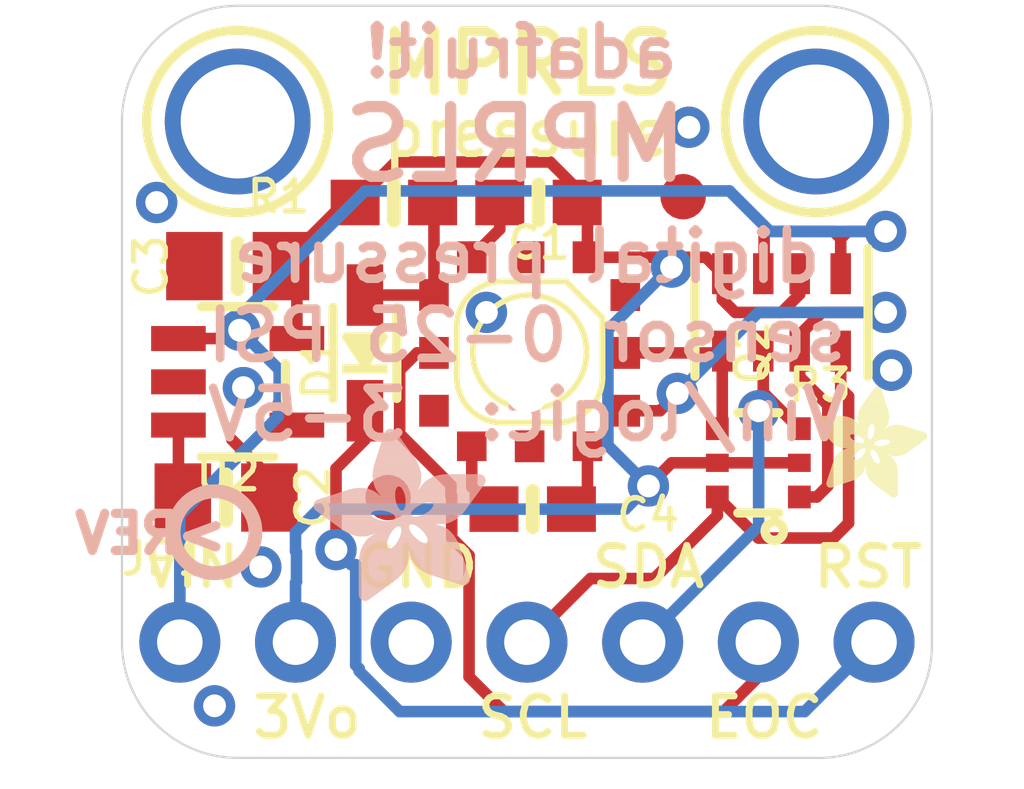
<source format=kicad_pcb>
(kicad_pcb (version 20211014) (generator pcbnew)
  (layers (0 "F.Cu" signal) (31 "B.Cu" signal) (34 "B.Paste" user) (35 "F.Paste" user) (36 "B.SilkS" user "B.Silkscreen") (37 "F.SilkS" user "F.Silkscreen") (38 "B.Mask" user) (39 "F.Mask" user) (44 "Edge.Cuts" user))
  (net 0 "")
  (net 1 "GND")
  (net 2 "SDA")
  (net 3 "SCL")
  (net 4 "VIN")
  (net 5 "SCL_3V")
  (net 6 "SDA_3V")
  (net 7 "3.3V")
  (net 8 "EOC")
  (net 9 "RESET_3V")
  (net 10 "N$1")
  (net 11 "N$2")
  (net 12 "RESET")
  (footprint "boardEagle:0603-NO" (layer "F.Cu") (at 148.7551 101.0666 180)
    (fp_text reference "C1" (at -0.762 -0.889) (layer "F.SilkS") (effects (font (size 0.692831 0.692831) (thickness 0.119969)) (justify right)))
    (fp_text value "0.1uF")
    (pad "1" smd rect (at -0.85 0 180) (size 1.075 1) (layers "F.Cu" "F.Paste" "F.Mask") (net 7 "3.3V"))
    (pad "2" smd rect (at 0.85 0 180) (size 1.075 1) (layers "F.Cu" "F.Paste" "F.Mask") (net 1 "GND"))
  )
  (footprint "boardEagle:MOUNTINGHOLE_2.5_PLATED" (layer "F.Cu") (at 142.1511 99.2886)
    (fp_text reference "U$3" hide)
    (fp_text value "MOUNTINGHOLE2.5" hide)
    (pad "P$1" thru_hole circle (at 0 0) (size 3.2 3.2) (drill 2.5) (layers *.Cu *.Mask))
  )
  (footprint "boardEagle:MOUNTINGHOLE_2.5_PLATED" (layer "F.Cu") (at 154.8511 99.2886)
    (fp_text reference "U$4" hide)
    (fp_text value "MOUNTINGHOLE2.5" hide)
    (pad "P$1" thru_hole circle (at 0 0) (size 3.2 3.2) (drill 2.5) (layers *.Cu *.Mask))
  )
  (footprint "boardEagle:FIDUCIAL_1MM" (layer "F.Cu") (at 151.9301 100.9396)
    (fp_text reference "FID1" hide)
    (fp_text value "FIDUCIAL_1MM" hide)
    (pad "1" smd roundrect (at 0 0) (size 1 1) (layers "F.Cu" "F.Mask") (roundrect_rratio 0.5))
  )
  (footprint "boardEagle:MPR_SERIES_I2C_PRESSURE" (layer "F.Cu") (at 148.5011 104.3686 -90)
    (fp_text reference "U$18" hide)
    (fp_text value "MPR_SERIES_I2C_PRESSURE" hide)
    (pad "" np_thru_hole circle (at 0.81 -0.009 270) (size 1 1) (drill 1) (layers *.Cu *.Mask))
    (pad "1" smd rect (at -1.27 -2.159 90) (size 0.7 0.65) (layers "F.Cu" "F.Paste" "F.Mask"))
    (pad "2" smd rect (at 0 -2.159 90) (size 0.7 0.65) (layers "F.Cu" "F.Paste" "F.Mask") (net 6 "SDA_3V"))
    (pad "3" smd rect (at 1.27 -2.159 90) (size 0.7 0.65) (layers "F.Cu" "F.Paste" "F.Mask") (net 5 "SCL_3V"))
    (pad "4" smd rect (at 2.05 -1.329 90) (size 0.65 0.65) (layers "F.Cu" "F.Paste" "F.Mask") (net 10 "N$1"))
    (pad "5" smd rect (at 2.05 -0.059 90) (size 0.7 0.65) (layers "F.Cu" "F.Paste" "F.Mask"))
    (pad "6" smd rect (at 2.05 1.211 90) (size 0.65 0.65) (layers "F.Cu" "F.Paste" "F.Mask") (net 11 "N$2"))
    (pad "7" smd rect (at 1.27 2.041 90) (size 0.7 0.65) (layers "F.Cu" "F.Paste" "F.Mask"))
    (pad "8" smd rect (at 0 2.041 90) (size 0.7 0.65) (layers "F.Cu" "F.Paste" "F.Mask") (net 8 "EOC"))
    (pad "9" smd rect (at -1.27 2.041 90) (size 0.7 0.65) (layers "F.Cu" "F.Paste" "F.Mask") (net 9 "RESET_3V"))
    (pad "10" smd rect (at -2.1 1.211 90) (size 0.7 0.65) (layers "F.Cu" "F.Paste" "F.Mask") (net 1 "GND"))
    (pad "11" smd rect (at -2.1 -0.059 90) (size 0.7 0.65) (layers "F.Cu" "F.Paste" "F.Mask"))
    (pad "12" smd rect (at -2.1 -1.329 90) (size 0.7 0.65) (layers "F.Cu" "F.Paste" "F.Mask") (net 7 "3.3V"))
  )
  (footprint "boardEagle:SOD-323" (layer "F.Cu") (at 144.9451 104.3686 90)
    (fp_text reference "D1" (at -1.1 -1 90) (layer "F.SilkS") (effects (font (size 0.692831 0.692831) (thickness 0.119969)) (justify left)))
    (fp_text value "1N4148")
    (pad "A" smd rect (at 1.27 0 90) (size 1.35 0.8) (layers "F.Cu" "F.Paste" "F.Mask") (net 9 "RESET_3V"))
    (pad "C" smd rect (at -1.27 0 90) (size 1.35 0.8) (layers "F.Cu" "F.Paste" "F.Mask") (net 12 "RESET"))
  )
  (footprint "boardEagle:RESPACK_4X0603" (layer "F.Cu") (at 154.0891 103.4796 180)
    (fp_text reference "R3" (at -1.6 -1.6) (layer "F.SilkS") (effects (font (size 0.692831 0.692831) (thickness 0.119969)) (justify right)))
    (fp_text value "10K")
    (pad "1" smd rect (at -1.3 0.85 180) (size 0.45 0.9) (layers "F.Cu" "F.Paste" "F.Mask") (net 4 "VIN"))
    (pad "2" smd rect (at -0.4 0.85 180) (size 0.45 0.9) (layers "F.Cu" "F.Paste" "F.Mask") (net 7 "3.3V"))
    (pad "3" smd rect (at 0.4 0.85 180) (size 0.45 0.9) (layers "F.Cu" "F.Paste" "F.Mask") (net 4 "VIN"))
    (pad "4" smd rect (at 1.3 0.85 180) (size 0.45 0.9) (layers "F.Cu" "F.Paste" "F.Mask") (net 7 "3.3V"))
    (pad "5" smd rect (at 1.3 -0.85 180) (size 0.45 0.9) (layers "F.Cu" "F.Paste" "F.Mask") (net 6 "SDA_3V"))
    (pad "6" smd rect (at 0.4 -0.85 180) (size 0.45 0.9) (layers "F.Cu" "F.Paste" "F.Mask") (net 2 "SDA"))
    (pad "7" smd rect (at -0.4 -0.85 180) (size 0.45 0.9) (layers "F.Cu" "F.Paste" "F.Mask") (net 5 "SCL_3V"))
    (pad "8" smd rect (at -1.3 -0.85 180) (size 0.45 0.9) (layers "F.Cu" "F.Paste" "F.Mask") (net 3 "SCL"))
  )
  (footprint "boardEagle:0805-NO" (layer "F.Cu") (at 142.1511 102.4636 180)
    (fp_text reference "C3" (at 1.905 -0.762 90) (layer "F.SilkS") (effects (font (size 0.692831 0.692831) (thickness 0.119969)) (justify left)))
    (fp_text value "10uF")
    (pad "1" smd rect (at -0.95 0 180) (size 1.24 1.5) (layers "F.Cu" "F.Paste" "F.Mask") (net 7 "3.3V"))
    (pad "2" smd rect (at 0.95 0 180) (size 1.24 1.5) (layers "F.Cu" "F.Paste" "F.Mask") (net 1 "GND"))
  )
  (footprint "boardEagle:SOT23-5" (layer "F.Cu") (at 142.1511 105.0036 -90)
    (fp_text reference "U2" (at 2.032 -0.562) (layer "F.SilkS") (effects (font (size 0.692831 0.692831) (thickness 0.119969)) (justify right)))
    (fp_text value "MIC5225-3.3")
    (pad "1" smd rect (at -0.95 1.3001 270) (size 0.55 1.2) (layers "F.Cu" "F.Paste" "F.Mask") (net 4 "VIN"))
    (pad "2" smd rect (at 0 1.3001 270) (size 0.55 1.2) (layers "F.Cu" "F.Paste" "F.Mask") (net 1 "GND"))
    (pad "3" smd rect (at 0.95 1.3001 270) (size 0.55 1.2) (layers "F.Cu" "F.Paste" "F.Mask") (net 4 "VIN"))
    (pad "4" smd rect (at 0.95 -1.3001 270) (size 0.55 1.2) (layers "F.Cu" "F.Paste" "F.Mask"))
    (pad "5" smd rect (at -0.95 -1.3001 270) (size 0.55 1.2) (layers "F.Cu" "F.Paste" "F.Mask") (net 7 "3.3V"))
  )
  (footprint "boardEagle:0603-NO" (layer "F.Cu") (at 148.6281 107.7976)
    (fp_text reference "C4" (at 1.778 0.127) (layer "F.SilkS") (effects (font (size 0.692831 0.692831) (thickness 0.119969)) (justify left)))
    (fp_text value "1000pF")
    (pad "1" smd rect (at -0.85 0) (size 1.075 1) (layers "F.Cu" "F.Paste" "F.Mask") (net 11 "N$2"))
    (pad "2" smd rect (at 0.85 0) (size 1.075 1) (layers "F.Cu" "F.Paste" "F.Mask") (net 10 "N$1"))
  )
  (footprint "boardEagle:SOT363" (layer "F.Cu") (at 153.5811 106.7816 90)
    (fp_text reference "Q2" (at 1.651 -0.127 90) (layer "F.SilkS") (effects (font (size 0.692831 0.692831) (thickness 0.119969)) (justify left)))
    (fp_text value "2N7002D")
    (pad "1" smd rect (at -0.75 0.9 90) (size 0.5 0.5) (layers "F.Cu" "F.Paste" "F.Mask") (net 5 "SCL_3V"))
    (pad "2" smd rect (at 0 0.9 90) (size 0.4 0.5) (layers "F.Cu" "F.Paste" "F.Mask") (net 7 "3.3V"))
    (pad "3" smd rect (at 0.75 0.9 90) (size 0.5 0.5) (layers "F.Cu" "F.Paste" "F.Mask") (net 2 "SDA"))
    (pad "4" smd rect (at 0.75 -0.9 90) (size 0.5 0.5) (layers "F.Cu" "F.Paste" "F.Mask") (net 6 "SDA_3V"))
    (pad "5" smd rect (at 0 -0.9 90) (size 0.4 0.5) (layers "F.Cu" "F.Paste" "F.Mask") (net 7 "3.3V"))
    (pad "6" smd rect (at -0.75 -0.9 90) (size 0.5 0.5) (layers "F.Cu" "F.Paste" "F.Mask") (net 3 "SCL"))
  )
  (footprint "boardEagle:0805-NO" (layer "F.Cu") (at 141.8971 107.5436)
    (fp_text reference "C2" (at 1.905 -0.762 90) (layer "F.SilkS") (effects (font (size 0.692831 0.692831) (thickness 0.119969)) (justify right)))
    (fp_text value "10uF")
    (pad "1" smd rect (at -0.95 0) (size 1.24 1.5) (layers "F.Cu" "F.Paste" "F.Mask") (net 4 "VIN"))
    (pad "2" smd rect (at 0.95 0) (size 1.24 1.5) (layers "F.Cu" "F.Paste" "F.Mask") (net 1 "GND"))
  )
  (footprint "boardEagle:ADAFRUIT_2.5MM" (layer "F.Cu") (at 154.8511 107.5436)
    (fp_text reference "U$8" hide)
    (fp_text value "" hide)
  )
  (footprint "boardEagle:FIDUCIAL_1MM" (layer "F.Cu") (at 145.4531 107.5436)
    (fp_text reference "FID2" hide)
    (fp_text value "FIDUCIAL_1MM" hide)
    (pad "1" smd roundrect (at 0 0) (size 1 1) (layers "F.Cu" "F.Mask") (roundrect_rratio 0.5))
  )
  (footprint "boardEagle:1X07_ROUND_70" (layer "F.Cu") (at 148.5011 110.7186)
    (fp_text reference "JP1" (at -8.9662 -1.8288) (layer "F.SilkS") (effects (font (size 0.692831 0.692831) (thickness 0.119969)) (justify left)))
    (fp_text value "")
    (pad "1" thru_hole circle (at -7.62 0 90) (size 1.778 1.778) (drill 1) (layers *.Cu *.Mask) (net 4 "VIN"))
    (pad "2" thru_hole circle (at -5.08 0 90) (size 1.778 1.778) (drill 1) (layers *.Cu *.Mask) (net 7 "3.3V"))
    (pad "3" thru_hole circle (at -2.54 0 90) (size 1.778 1.778) (drill 1) (layers *.Cu *.Mask) (net 1 "GND"))
    (pad "4" thru_hole circle (at 0 0 90) (size 1.778 1.778) (drill 1) (layers *.Cu *.Mask) (net 3 "SCL"))
    (pad "5" thru_hole circle (at 2.54 0 90) (size 1.778 1.778) (drill 1) (layers *.Cu *.Mask) (net 2 "SDA"))
    (pad "6" thru_hole circle (at 5.08 0 90) (size 1.778 1.778) (drill 1) (layers *.Cu *.Mask) (net 8 "EOC"))
    (pad "7" thru_hole circle (at 7.62 0 90) (size 1.778 1.778) (drill 1) (layers *.Cu *.Mask) (net 12 "RESET"))
  )
  (footprint "boardEagle:0603-NO" (layer "F.Cu") (at 145.5801 101.0666 180)
    (fp_text reference "R1" (at 1.778 0.127) (layer "F.SilkS") (effects (font (size 0.692831 0.692831) (thickness 0.119969)) (justify right)))
    (fp_text value "10K")
    (pad "1" smd rect (at -0.85 0 180) (size 1.075 1) (layers "F.Cu" "F.Paste" "F.Mask") (net 9 "RESET_3V"))
    (pad "2" smd rect (at 0.85 0 180) (size 1.075 1) (layers "F.Cu" "F.Paste" "F.Mask") (net 7 "3.3V"))
  )
  (footprint "boardEagle:ADAFRUIT_3.5MM" (layer "B.Cu") (at 147.6121 109.8296 180)
    (fp_text reference "U$1" hide)
    (fp_text value "" hide)
  )
  (footprint "boardEagle:PCBFEAT-REV-040" (layer "B.Cu") (at 141.6431 108.3056 180)
    (fp_text reference "U$27" hide)
    (fp_text value "" hide)
    (fp_text user ">REV" (at -0.3556 -0.508) (layer "B.SilkS") (effects (font (size 0.8128 0.8128) (thickness 0.2032)) (justify left bottom mirror)))
  )
  (gr_line (start 157.3911 99.1616) (end 157.3911 110.8456) (layer "Edge.Cuts") (width 0.05))
  (gr_arc (start 139.6111 99.2886) (mid 140.355049 97.492549) (end 142.1511 96.7486) (layer "Edge.Cuts") (width 0.05))
  (gr_line (start 139.6111 110.7186) (end 139.6111 99.2886) (layer "Edge.Cuts") (width 0.05))
  (gr_arc (start 154.8511 96.7486) (mid 156.620849 97.429049) (end 157.3911 99.1616) (layer "Edge.Cuts") (width 0.05))
  (gr_arc (start 142.1511 113.2586) (mid 140.355049 112.514651) (end 139.6111 110.7186) (layer "Edge.Cuts") (width 0.05))
  (gr_line (start 154.8511 113.2586) (end 142.1511 113.2586) (layer "Edge.Cuts") (width 0.05))
  (gr_arc (start 157.3911 110.8456) (mid 156.620849 112.578151) (end 154.8511 113.2586) (layer "Edge.Cuts") (width 0.05))
  (gr_line (start 142.1511 96.7486) (end 154.8511 96.7486) (layer "Edge.Cuts") (width 0.05))
  (gr_text "adafruit!" (at 148.3741 97.7646) (layer "B.SilkS") (effects (font (size 1.0795 1.0795) (thickness 0.1905)) (justify mirror)))
  (gr_text "MPRLS" (at 148.2471 99.7966) (layer "B.SilkS") (effects (font (size 1.52908 1.52908) (thickness 0.24892)) (justify mirror)))
  (gr_text "digital pressure\nsensor 0-25 PSI\nVin/logic:  3-5V" (at 148.5011 103.9876) (layer "B.SilkS") (effects (font (size 1.0795 1.0795) (thickness 0.1905)) (justify mirror)))
  (gr_text "SCL" (at 148.6281 112.3696) (layer "F.SilkS") (effects (font (size 0.8636 0.8636) (thickness 0.1524))))
  (gr_text "EOC" (at 153.7081 112.3696) (layer "F.SilkS") (effects (font (size 0.8636 0.8636) (thickness 0.1524))))
  (gr_text "RST" (at 155.9941 109.0676) (layer "F.SilkS") (effects (font (size 0.8636 0.8636) (thickness 0.1524))))
  (gr_text "3Vo" (at 143.6751 112.3696) (layer "F.SilkS") (effects (font (size 0.8636 0.8636) (thickness 0.1524))))
  (gr_text "VIN" (at 141.1351 109.0676) (layer "F.SilkS") (effects (font (size 0.8636 0.8636) (thickness 0.1524))))
  (gr_text "MPRLS" (at 148.5011 98.0186) (layer "F.SilkS") (effects (font (size 1.31064 1.31064) (thickness 0.21336))))
  (gr_text "SDA" (at 151.1681 109.0676) (layer "F.SilkS") (effects (font (size 0.8636 0.8636) (thickness 0.1524))))
  (gr_text "GND" (at 146.0881 109.0676) (layer "F.SilkS") (effects (font (size 0.8636 0.8636) (thickness 0.1524))))
  (gr_text "pressure" (at 148.5011 99.5426) (layer "F.SilkS") (effects (font (size 0.98298 0.98298) (thickness 0.16002))))
  (segment (start 142.8471 107.0966) (end 142.0241 106.2736) (width 0.254) (layer "F.Cu") (net 1))
  (segment (start 142.8471 107.5436) (end 142.8471 107.0966) (width 0.254) (layer "F.Cu") (net 1))
  (segment (start 147.2901 102.2686) (end 147.9051 101.6536) (width 0.254) (layer "F.Cu") (net 1))
  (segment (start 147.9051 101.6536) (end 147.9051 101.0666) (width 0.254) (layer "F.Cu") (net 1))
  (via (at 156.5021 104.7496) (size 0.9064) (drill 0.5) (layers "F.Cu" "B.Cu") (net 1))
  (via (at 142.6591 109.0676) (size 0.9064) (drill 0.5) (layers "F.Cu" "B.Cu") (net 1))
  (via (at 152.0571 99.4156) (size 0.9064) (drill 0.5) (layers "F.Cu" "B.Cu") (net 1))
  (via (at 142.2781 105.1306) (size 0.9064) (drill 0.5) (layers "F.Cu" "B.Cu") (net 1))
  (via (at 147.6121 103.4796) (size 0.9064) (drill 0.5) (layers "F.Cu" "B.Cu") (net 1))
  (via (at 140.3731 101.0666) (size 0.9064) (drill 0.5) (layers "F.Cu" "B.Cu") (net 1))
  (via (at 141.6431 112.1156) (size 0.9064) (drill 0.5) (layers "F.Cu" "B.Cu") (net 1))
  (segment (start 153.6891 105.2396) (end 153.7076 105.2581) (width 0.254) (layer "F.Cu") (net 2))
  (segment (start 153.7076 105.5185) (end 153.5875 105.6386) (width 0.254) (layer "F.Cu") (net 2))
  (segment (start 153.7076 105.2581) (end 153.7076 105.5185) (width 0.254) (layer "F.Cu") (net 2))
  (segment (start 153.707603 105.258104) (end 154.481096 106.031597) (width 0.254) (layer "F.Cu") (net 2))
  (segment (start 153.6891 104.3296) (end 153.6891 105.2396) (width 0.254) (layer "F.Cu") (net 2))
  (via (at 153.5875 105.6386) (size 0.9064) (drill 0.5) (layers "F.Cu" "B.Cu") (net 2))
  (segment (start 153.5875 108.1722) (end 151.0411 110.7186) (width 0.254) (layer "B.Cu") (net 2))
  (segment (start 153.5875 105.6386) (end 153.5875 108.1722) (width 0.254) (layer "B.Cu") (net 2))
  (segment (start 153.5821 108.4326) (end 155.2321 108.4326) (width 0.254) (layer "F.Cu") (net 3))
  (segment (start 152.6811 107.9356) (end 152.6811 107.5316) (width 0.254) (layer "F.Cu") (net 3))
  (segment (start 152.6811 107.5316) (end 153.5821 108.4326) (width 0.254) (layer "F.Cu") (net 3))
  (segment (start 155.5623 108.1024) (end 155.5623 105.322219) (width 0.254) (layer "F.Cu") (net 3))
  (segment (start 155.5623 105.322219) (end 155.3891 105.149019) (width 0.254) (layer "F.Cu") (net 3))
  (segment (start 155.2321 108.4326) (end 155.5623 108.1024) (width 0.254) (layer "F.Cu") (net 3))
  (segment (start 149.898096 109.321604) (end 151.295096 109.3216) (width 0.254) (layer "F.Cu") (net 3))
  (segment (start 148.501103 110.718597) (end 149.898096 109.321604) (width 0.254) (layer "F.Cu") (net 3))
  (segment (start 151.295096 109.3216) (end 152.6811 107.9356) (width 0.254) (layer "F.Cu") (net 3))
  (segment (start 155.3891 105.149019) (end 155.3891 104.3296) (width 0.254) (layer "F.Cu") (net 3))
  (segment (start 142.1948 103.87) (end 141.8927 103.87) (width 0.254) (layer "F.Cu") (net 4))
  (segment (start 155.5461 101.7016) (end 155.3891 101.8586) (width 0.254) (layer "F.Cu") (net 4))
  (segment (start 140.8811 107.6096) (end 140.9471 107.5436) (width 0.254) (layer "F.Cu") (net 4))
  (segment (start 156.3751 101.7016) (end 155.5461 101.7016) (width 0.254) (layer "F.Cu") (net 4))
  (segment (start 142.1948 103.87) (end 142.1511 103.9137) (width 0.254) (layer "F.Cu") (net 4))
  (segment (start 141.8927 103.87) (end 141.7091 104.0536) (width 0.254) (layer "F.Cu") (net 4))
  (segment (start 153.7081 101.7016) (end 155.2321 101.7016) (width 0.254) (layer "F.Cu") (net 4))
  (segment (start 140.851 107.447497) (end 140.9471 107.5436) (width 0.254) (layer "F.Cu") (net 4))
  (segment (start 153.7081 102.6106) (end 153.7081 101.7016) (width 0.254) (layer "F.Cu") (net 4))
  (segment (start 141.7091 104.0536) (end 140.851 104.0536) (width 0.254) (layer "F.Cu") (net 4))
  (segment (start 140.851 105.953604) (end 140.851 107.447497) (width 0.254) (layer "F.Cu") (net 4))
  (segment (start 155.2321 101.7016) (end 155.3891 101.8586) (width 0.254) (layer "F.Cu") (net 4))
  (segment (start 153.6891 102.6296) (end 153.7081 102.6106) (width 0.254) (layer "F.Cu") (net 4))
  (segment (start 155.3891 101.858604) (end 155.3891 102.629597) (width 0.254) (layer "F.Cu") (net 4))
  (segment (start 140.8811 110.718597) (end 140.8811 107.6096) (width 0.254) (layer "F.Cu") (net 4))
  (via (at 142.1948 103.87) (size 0.9064) (drill 0.5) (layers "F.Cu" "B.Cu") (net 4))
  (via (at 156.3751 101.7016) (size 0.9064) (drill 0.5) (layers "F.Cu" "B.Cu") (net 4))
  (segment (start 140.8811 107.9246) (end 140.8811 110.718597) (width 0.254) (layer "B.Cu") (net 4))
  (segment (start 142.1948 103.87) (end 143.0615 104.7367) (width 0.254) (layer "B.Cu") (net 4))
  (segment (start 143.0615 105.4551) (end 143.0401 105.4765) (width 0.254) (layer "B.Cu") (net 4))
  (segment (start 142.194803 103.562897) (end 142.1948 103.87) (width 0.254) (layer "B.Cu") (net 4))
  (segment (start 156.3751 101.7016) (end 153.8351 101.7016) (width 0.254) (layer "B.Cu") (net 4))
  (segment (start 152.9461 100.8126) (end 144.9451 100.8126) (width 0.254) (layer "B.Cu") (net 4))
  (segment (start 143.0401 105.7656) (end 140.8811 107.9246) (width 0.254) (layer "B.Cu") (net 4))
  (segment (start 143.0615 104.7367) (end 143.0615 105.4551) (width 0.254) (layer "B.Cu") (net 4))
  (segment (start 144.9451 100.8126) (end 142.194803 103.562897) (width 0.254) (layer "B.Cu") (net 4))
  (segment (start 153.8351 101.7016) (end 152.9461 100.8126) (width 0.254) (layer "B.Cu") (net 4))
  (segment (start 143.0401 105.4765) (end 143.0401 105.7656) (width 0.254) (layer "B.Cu") (net 4))
  (segment (start 150.6601 105.6386) (end 151.4221 105.6386) (width 0.254) (layer "F.Cu") (net 5))
  (segment (start 154.978103 103.4796) (end 156.375096 103.4796) (width 0.254) (layer "F.Cu") (net 5))
  (segment (start 154.4891 104.3296) (end 154.4891 104.8956) (width 0.254) (layer "F.Cu") (net 5))
  (segment (start 154.4891 103.9686) (end 154.978103 103.4796) (width 0.254) (layer "F.Cu") (net 5))
  (segment (start 155.1051 105.5116) (end 155.1051 107.2896) (width 0.254) (layer "F.Cu") (net 5))
  (segment (start 154.4891 104.3296) (end 154.4891 103.9686) (width 0.254) (layer "F.Cu") (net 5))
  (segment (start 151.4221 105.6386) (end 151.8031 105.2576) (width 0.254) (layer "F.Cu") (net 5))
  (segment (start 154.4891 104.8956) (end 155.1051 105.5116) (width 0.254) (layer "F.Cu") (net 5))
  (segment (start 154.8631 107.5316) (end 154.4811 107.5316) (width 0.254) (layer "F.Cu") (net 5))
  (segment (start 155.1051 107.2896) (end 154.8631 107.5316) (width 0.254) (layer "F.Cu") (net 5))
  (via (at 151.8031 105.2576) (size 0.9064) (drill 0.5) (layers "F.Cu" "B.Cu") (net 5))
  (via (at 156.3751 103.4796) (size 0.9064) (drill 0.5) (layers "F.Cu" "B.Cu") (net 5))
  (segment (start 151.8031 105.2576) (end 153.581103 103.4796) (width 0.254) (layer "B.Cu") (net 5))
  (segment (start 153.581103 103.4796) (end 156.375096 103.4796) (width 0.254) (layer "B.Cu") (net 5))
  (segment (start 150.6601 104.3686) (end 152.7501 104.3686) (width 0.254) (layer "F.Cu") (net 6))
  (segment (start 152.7891 105.9236) (end 152.6811 106.0316) (width 0.254) (layer "F.Cu") (net 6))
  (segment (start 152.7891 104.3296) (end 152.7891 105.9236) (width 0.254) (layer "F.Cu") (net 6))
  (segment (start 152.7501 104.3686) (end 152.7891 104.3296) (width 0.254) (layer "F.Cu") (net 6))
  (segment (start 143.4512 102.8137) (end 143.1011 102.4636) (width 0.254) (layer "F.Cu") (net 7))
  (segment (start 145.6191 100.1776) (end 149.0091 100.1776) (width 0.254) (layer "F.Cu") (net 7))
  (segment (start 149.8301 102.2686) (end 149.8301 101.2916) (width 0.254) (layer "F.Cu") (net 7))
  (segment (start 154.4891 103.0796) (end 154.0891 103.4796) (width 0.254) (layer "F.Cu") (net 7))
  (segment (start 152.6811 106.7816) (end 154.4811 106.7816) (width 0.254) (layer "F.Cu") (net 7))
  (segment (start 149.6051 100.7736) (end 149.6051 101.0666) (width 0.254) (layer "F.Cu") (net 7))
  (segment (start 151.6761 106.7816) (end 151.1681 107.2896) (width 0.254) (layer "F.Cu") (net 7))
  (segment (start 153.0731 103.4796) (end 152.7891 103.1956) (width 0.254) (layer "F.Cu") (net 7))
  (segment (start 151.6761 102.2686) (end 152.4281 102.2686) (width 0.254) (layer "F.Cu") (net 7))
  (segment (start 151.6761 102.485) (end 151.6761 102.2686) (width 0.254) (layer "F.Cu") (net 7))
  (segment (start 149.0091 100.1776) (end 149.6051 100.7736) (width 0.254) (layer "F.Cu") (net 7))
  (segment (start 143.1011 102.4636) (end 144.498096 101.066604) (width 0.254) (layer "F.Cu") (net 7))
  (segment (start 149.8301 101.2916) (end 149.6051 101.0666) (width 0.254) (layer "F.Cu") (net 7))
  (segment (start 152.7891 103.1956) (end 152.7891 102.6296) (width 0.254) (layer "F.Cu") (net 7))
  (segment (start 154.4891 102.6296) (end 154.4891 103.0796) (width 0.254) (layer "F.Cu") (net 7))
  (segment (start 154.0891 103.4796) (end 153.0731 103.4796) (width 0.254) (layer "F.Cu") (net 7))
  (segment (start 144.498096 101.066604) (end 144.7301 101.0666) (width 0.254) (layer "F.Cu") (net 7))
  (segment (start 152.6811 106.7816) (end 151.6761 106.7816) (width 0.254) (layer "F.Cu") (net 7))
  (segment (start 152.4281 102.2686) (end 152.7891 102.6296) (width 0.254) (layer "F.Cu") (net 7))
  (segment (start 144.7301 101.0666) (end 145.6191 100.1776) (width 0.254) (layer "F.Cu") (net 7))
  (segment (start 143.4512 104.0536) (end 143.4512 102.8137) (width 0.254) (layer "F.Cu") (net 7))
  (segment (start 149.8301 102.2686) (end 151.6761 102.2686) (width 0.254) (layer "F.Cu") (net 7))
  (via (at 151.1681 107.2896) (size 0.9064) (drill 0.5) (layers "F.Cu" "B.Cu") (net 7))
  (via (at 151.6761 102.485) (size 0.9064) (drill 0.5) (layers "F.Cu" "B.Cu") (net 7))
  (segment (start 143.9291 107.7976) (end 143.4211 108.3056) (width 0.254) (layer "B.Cu") (net 7))
  (segment (start 151.1681 107.2896) (end 150.2791 106.4006) (width 0.254) (layer "B.Cu") (net 7))
  (segment (start 143.4425 108.7431) (end 143.4425 109.3921) (width 0.254) (layer "B.Cu") (net 7))
  (segment (start 150.279103 103.860597) (end 151.6761 102.4636) (width 0.254) (layer "B.Cu") (net 7))
  (segment (start 151.6761 102.4636) (end 151.6761 102.485) (width 0.254) (layer "B.Cu") (net 7))
  (segment (start 143.4425 109.3921) (end 143.4211 109.4135) (width 0.254) (layer "B.Cu") (net 7))
  (segment (start 143.4211 108.3056) (end 143.4211 108.7217) (width 0.254) (layer "B.Cu") (net 7))
  (segment (start 143.4211 108.7217) (end 143.4425 108.7431) (width 0.254) (layer "B.Cu") (net 7))
  (segment (start 143.4211 109.4135) (end 143.4211 110.7186) (width 0.254) (layer "B.Cu") (net 7))
  (segment (start 150.2791 106.4006) (end 150.279103 103.860597) (width 0.254) (layer "B.Cu") (net 7))
  (segment (start 150.6601 107.7976) (end 143.9291 107.7976) (width 0.254) (layer "B.Cu") (net 7))
  (segment (start 151.1681 107.2896) (end 150.6601 107.7976) (width 0.254) (layer "B.Cu") (net 7))
  (segment (start 153.5811 111.4806) (end 153.5811 110.7186) (width 0.254) (layer "F.Cu") (net 8))
  (segment (start 146.8501 107.516182) (end 146.8501 108.4326) (width 0.254) (layer "F.Cu") (net 8))
  (segment (start 147.9931 112.2426) (end 152.8191 112.2426) (width 0.254) (layer "F.Cu") (net 8))
  (segment (start 145.7071 104.749604) (end 145.7071 106.1466) (width 0.254) (layer "F.Cu") (net 8))
  (segment (start 145.7071 106.1466) (end 146.8329 107.2724) (width 0.254) (layer "F.Cu") (net 8))
  (segment (start 152.8191 112.2426) (end 153.5811 111.4806) (width 0.254) (layer "F.Cu") (net 8))
  (segment (start 146.4601 104.3686) (end 146.0881 104.3686) (width 0.254) (layer "F.Cu") (net 8))
  (segment (start 146.8329 107.498982) (end 146.8501 107.516182) (width 0.254) (layer "F.Cu") (net 8))
  (segment (start 146.0881 104.3686) (end 145.7071 104.749604) (width 0.254) (layer "F.Cu") (net 8))
  (segment (start 147.2311 111.4806) (end 147.9931 112.2426) (width 0.254) (layer "F.Cu") (net 8))
  (segment (start 146.8329 107.2724) (end 146.8329 107.498982) (width 0.254) (layer "F.Cu") (net 8))
  (segment (start 147.2311 108.8136) (end 147.2311 111.4806) (width 0.254) (layer "F.Cu") (net 8))
  (segment (start 146.8501 108.4326) (end 147.2311 108.8136) (width 0.254) (layer "F.Cu") (net 8))
  (segment (start 146.4601 103.0986) (end 144.9451 103.0986) (width 0.254) (layer "F.Cu") (net 9))
  (segment (start 146.4301 101.0666) (end 146.4601 101.0966) (width 0.254) (layer "F.Cu") (net 9))
  (segment (start 146.4601 101.0966) (end 146.4601 103.0986) (width 0.254) (layer "F.Cu") (net 9))
  (segment (start 149.8301 106.4186) (end 149.8301 107.4456) (width 0.254) (layer "F.Cu") (net 10))
  (segment (start 149.8301 107.4456) (end 149.4781 107.7976) (width 0.254) (layer "F.Cu") (net 10))
  (segment (start 147.2901 106.4186) (end 147.2901 107.3096) (width 0.254) (layer "F.Cu") (net 11))
  (segment (start 147.2901 107.3096) (end 147.7781 107.7976) (width 0.254) (layer "F.Cu") (net 11))
  (segment (start 144.9451 105.6386) (end 144.9451 106.2736) (width 0.254) (layer "F.Cu") (net 12))
  (segment (start 144.3101 106.9086) (end 144.3101 108.6866) (width 0.254) (layer "F.Cu") (net 12))
  (segment (start 144.9451 106.2736) (end 144.3101 106.9086) (width 0.254) (layer "F.Cu") (net 12))
  (via (at 144.3101 108.6866) (size 0.9064) (drill 0.5) (layers "F.Cu" "B.Cu") (net 12))
  (segment (start 144.7419 109.0168) (end 144.6403 109.0168) (width 0.254) (layer "B.Cu") (net 12))
  (segment (start 144.7419 111.223613) (end 144.7419 109.0168) (width 0.254) (layer "B.Cu") (net 12))
  (segment (start 154.5971 112.2426) (end 156.1211 110.7186) (width 0.254) (layer "B.Cu") (net 12))
  (segment (start 144.8181 111.299813) (end 144.8181 111.3536) (width 0.254) (layer "B.Cu") (net 12))
  (segment (start 145.7071 112.2426) (end 154.5971 112.2426) (width 0.254) (layer "B.Cu") (net 12))
  (segment (start 144.8181 111.299813) (end 144.7419 111.223613) (width 0.254) (layer "B.Cu") (net 12))
  (segment (start 144.6403 109.0168) (end 144.3101 108.6866) (width 0.254) (layer "B.Cu") (net 12))
  (segment (start 144.8181 111.3536) (end 145.7071 112.2426) (width 0.254) (layer "B.Cu") (net 12))
)
</source>
